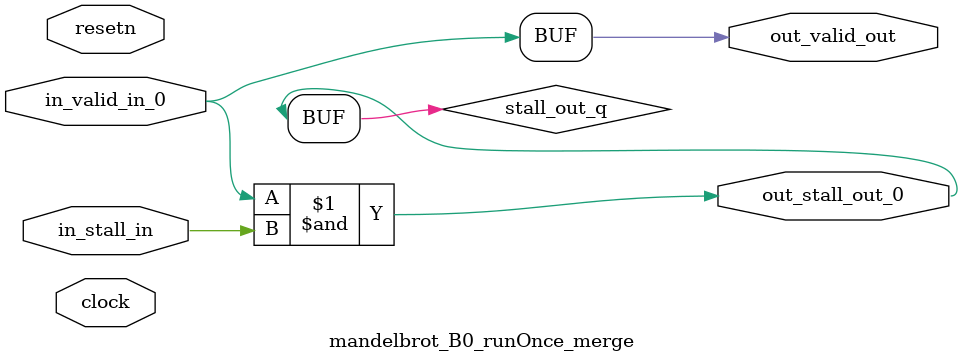
<source format=sv>



(* altera_attribute = "-name AUTO_SHIFT_REGISTER_RECOGNITION OFF; -name MESSAGE_DISABLE 10036; -name MESSAGE_DISABLE 10037; -name MESSAGE_DISABLE 14130; -name MESSAGE_DISABLE 14320; -name MESSAGE_DISABLE 15400; -name MESSAGE_DISABLE 14130; -name MESSAGE_DISABLE 10036; -name MESSAGE_DISABLE 12020; -name MESSAGE_DISABLE 12030; -name MESSAGE_DISABLE 12010; -name MESSAGE_DISABLE 12110; -name MESSAGE_DISABLE 14320; -name MESSAGE_DISABLE 13410; -name MESSAGE_DISABLE 113007; -name MESSAGE_DISABLE 10958" *)
module mandelbrot_B0_runOnce_merge (
    input wire [0:0] in_stall_in,
    input wire [0:0] in_valid_in_0,
    output wire [0:0] out_stall_out_0,
    output wire [0:0] out_valid_out,
    input wire clock,
    input wire resetn
    );

    wire [0:0] stall_out_q;


    // stall_out(LOGICAL,6)
    assign stall_out_q = in_valid_in_0 & in_stall_in;

    // out_stall_out_0(GPOUT,4)
    assign out_stall_out_0 = stall_out_q;

    // out_valid_out(GPOUT,5)
    assign out_valid_out = in_valid_in_0;

endmodule

</source>
